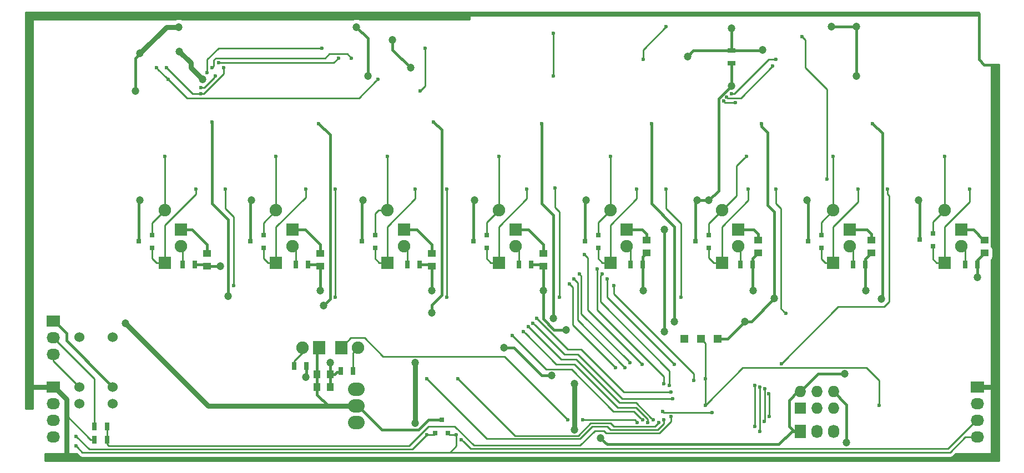
<source format=gbl>
G04 #@! TF.FileFunction,Copper,L2,Bot,Signal*
%FSLAX46Y46*%
G04 Gerber Fmt 4.6, Leading zero omitted, Abs format (unit mm)*
G04 Created by KiCad (PCBNEW 4.0.2-stable) date 4/21/2016 10:24:52 PM*
%MOMM*%
G01*
G04 APERTURE LIST*
%ADD10C,0.100000*%
%ADD11R,1.900000X2.000000*%
%ADD12C,1.900000*%
%ADD13R,1.250000X1.000000*%
%ADD14R,1.000000X1.250000*%
%ADD15R,0.800100X0.800100*%
%ADD16R,2.032000X1.727200*%
%ADD17O,2.032000X1.727200*%
%ADD18R,1.727200X1.727200*%
%ADD19O,1.727200X1.727200*%
%ADD20R,1.727200X2.032000*%
%ADD21O,1.727200X2.032000*%
%ADD22R,1.300000X0.700000*%
%ADD23R,0.700000X1.300000*%
%ADD24O,2.540000X2.032000*%
%ADD25C,1.524000*%
%ADD26R,1.900000X1.900000*%
%ADD27R,1.270000X1.270000*%
%ADD28C,0.600000*%
%ADD29C,1.200000*%
%ADD30C,0.800000*%
%ADD31C,0.250000*%
%ADD32C,0.400000*%
%ADD33C,0.254000*%
G04 APERTURE END LIST*
D10*
D11*
X45540000Y18000000D03*
D12*
X43000000Y18000000D03*
D13*
X28458000Y30448000D03*
X28458000Y32448000D03*
X45730000Y30448000D03*
X45730000Y32448000D03*
X62748000Y30448000D03*
X62748000Y32448000D03*
X79766000Y30448000D03*
X79766000Y32448000D03*
X95514000Y32480000D03*
X95514000Y34480000D03*
X112532000Y32480000D03*
X112532000Y34480000D03*
X129804000Y32480000D03*
X129804000Y34480000D03*
D14*
X47238000Y12000000D03*
X45238000Y12000000D03*
X47238000Y13922000D03*
X45238000Y13922000D03*
D13*
X147076000Y32480000D03*
X147076000Y34480000D03*
D15*
X20076000Y35192000D03*
X20076000Y33292000D03*
X18077020Y34242000D03*
X37078760Y35192000D03*
X37078760Y33292000D03*
X35079780Y34242000D03*
X54096760Y35192000D03*
X54096760Y33292000D03*
X52097780Y34242000D03*
X71114760Y35192000D03*
X71114760Y33292000D03*
X69115780Y34242000D03*
X88132760Y35192000D03*
X88132760Y33292000D03*
X86133780Y34242000D03*
X105000000Y35192000D03*
X105000000Y33292000D03*
X103001020Y34242000D03*
X122168760Y35192000D03*
X122168760Y33292000D03*
X120169780Y34242000D03*
D11*
X48960000Y18000000D03*
D12*
X51500000Y18000000D03*
D15*
X139186760Y35446000D03*
X139186760Y33546000D03*
X137187780Y34496000D03*
X65200000Y4999240D03*
X63300000Y4999240D03*
X64250000Y6998220D03*
D16*
X5000000Y12000000D03*
D17*
X5000000Y9460000D03*
X5000000Y6920000D03*
X5000000Y4380000D03*
D18*
X118960000Y8750000D03*
D19*
X118960000Y11290000D03*
X121500000Y8750000D03*
X121500000Y11290000D03*
X124040000Y8750000D03*
X124040000Y11290000D03*
D20*
X118960000Y5250000D03*
D21*
X121500000Y5250000D03*
X124040000Y5250000D03*
D16*
X146000000Y12000000D03*
D17*
X146000000Y9460000D03*
X146000000Y6920000D03*
X146000000Y4380000D03*
D22*
X108468000Y61486000D03*
X108468000Y63386000D03*
D23*
X26614000Y30686000D03*
X24714000Y30686000D03*
X43886000Y30686000D03*
X41986000Y30686000D03*
X60904000Y30686000D03*
X59004000Y30686000D03*
X77922000Y30686000D03*
X76022000Y30686000D03*
X94940000Y30686000D03*
X93040000Y30686000D03*
X111704000Y30686000D03*
X109804000Y30686000D03*
X128910000Y30686000D03*
X127010000Y30686000D03*
X48844000Y14430000D03*
X50744000Y14430000D03*
X43632000Y15192000D03*
X41732000Y15192000D03*
X145994000Y30686000D03*
X144094000Y30686000D03*
D24*
X51250000Y9096000D03*
X51250000Y6556000D03*
X51250000Y11636000D03*
D16*
X5000000Y22080000D03*
D17*
X5000000Y19540000D03*
X5000000Y17000000D03*
D25*
X14080000Y9460000D03*
X14080000Y9460000D03*
X14080000Y12000000D03*
X14080000Y12000000D03*
X14080000Y19620000D03*
X14080000Y19620000D03*
X9000000Y19620000D03*
X9000000Y19620000D03*
X9000000Y12000000D03*
X9000000Y12000000D03*
X9000000Y9460000D03*
X9000000Y9460000D03*
D12*
X21997460Y39000000D03*
D26*
X21997460Y31000000D03*
D12*
X38997460Y39000000D03*
D26*
X38997460Y31000000D03*
D12*
X55997460Y39000000D03*
D26*
X55997460Y31000000D03*
D12*
X72997460Y39000000D03*
D26*
X72997460Y31000000D03*
D12*
X89997460Y39000000D03*
D26*
X89997460Y31000000D03*
D12*
X106997460Y39000000D03*
D26*
X106997460Y31000000D03*
D12*
X123997460Y39000000D03*
D26*
X123997460Y31000000D03*
D12*
X140997460Y39000000D03*
D26*
X140997460Y31000000D03*
X24500000Y36040000D03*
D12*
X24500000Y33500000D03*
D26*
X41500000Y36040000D03*
D12*
X41500000Y33500000D03*
D26*
X58500000Y36040000D03*
D12*
X58500000Y33500000D03*
D26*
X75500000Y36040000D03*
D12*
X75500000Y33500000D03*
D26*
X92500000Y36040000D03*
D12*
X92500000Y33500000D03*
D26*
X109500000Y36040000D03*
D12*
X109500000Y33500000D03*
D26*
X143500000Y36040000D03*
D12*
X143500000Y33500000D03*
D26*
X126500000Y36040000D03*
D12*
X126500000Y33500000D03*
D27*
X101264000Y19348000D03*
X103804000Y19348000D03*
X106344000Y19348000D03*
D23*
X11300000Y4000000D03*
X13200000Y4000000D03*
X11300000Y6000000D03*
X13200000Y6000000D03*
D28*
X68000000Y69000000D03*
X63000000Y69000000D03*
X58000000Y69000000D03*
X53000000Y69000000D03*
X48000000Y69000000D03*
X43000000Y69000000D03*
X38000000Y69000000D03*
X33000000Y69000000D03*
X28000000Y69000000D03*
X23000000Y69000000D03*
X18000000Y69000000D03*
X13000000Y69000000D03*
X8000000Y69000000D03*
X3000000Y69000000D03*
X149000000Y33000000D03*
X149000000Y58000000D03*
X149000000Y53000000D03*
X149000000Y48000000D03*
X149000000Y43000000D03*
X149000000Y38000000D03*
X149000000Y28000000D03*
X149000000Y23000000D03*
X149000000Y18000000D03*
X149000000Y13000000D03*
X149000000Y8000000D03*
X1000000Y66000000D03*
X1000000Y61000000D03*
X1000000Y56000000D03*
X1000000Y51000000D03*
X1000000Y46000000D03*
X1000000Y41000000D03*
X1000000Y36000000D03*
X1000000Y31000000D03*
X1000000Y26000000D03*
X1000000Y21000000D03*
X1000000Y16000000D03*
X1000000Y11000000D03*
X149000000Y3000000D03*
X146000000Y1000000D03*
X141000000Y1000000D03*
X136000000Y1000000D03*
X131000000Y1000000D03*
X126000000Y1000000D03*
X121000000Y1000000D03*
X116000000Y1000000D03*
X111000000Y1000000D03*
X106000000Y1000000D03*
X101000000Y1000000D03*
X96000000Y1000000D03*
X91000000Y1000000D03*
X86000000Y1000000D03*
X81000000Y1000000D03*
X76000000Y1000000D03*
X71000000Y1000000D03*
X66000000Y1000000D03*
X61000000Y1000000D03*
X56000000Y1000000D03*
X51000000Y1000000D03*
X46000000Y1000000D03*
X41000000Y1000000D03*
X36000000Y1000000D03*
X31000000Y1000000D03*
X26000000Y1000000D03*
X21000000Y1000000D03*
X16000000Y1000000D03*
X11000000Y1000000D03*
X6000000Y1000000D03*
D29*
X125750000Y14000000D03*
X88500002Y4250000D03*
X27750000Y59000000D03*
X24250000Y63250000D03*
X56750000Y65000000D03*
X59500000Y60750000D03*
X16000000Y21750000D03*
X84499994Y12500000D03*
X84500000Y5500000D03*
X98250000Y20500004D03*
X98250000Y36040000D03*
X53000000Y59499992D03*
X24144000Y66992000D03*
X51250000Y66992000D03*
X126000000Y3500000D03*
X46220919Y24449980D03*
X31707209Y25901251D03*
X110500000Y22000000D03*
X99750000Y22000000D03*
X81250000Y22500000D03*
X73750000Y18000000D03*
X62750000Y23324990D03*
X131324990Y25500000D03*
X115029081Y25529081D03*
D28*
X130000000Y52250000D03*
X113000000Y52250000D03*
X96250000Y52250000D03*
X79500000Y52250000D03*
X63000000Y52500000D03*
X29250000Y52500000D03*
X45500000Y52250000D03*
D29*
X81000000Y13749994D03*
X43500000Y13500000D03*
X60250000Y15750000D03*
X60250000Y6500000D03*
X47250000Y15750000D03*
X18250000Y63000000D03*
X17500000Y57250000D03*
X127500000Y59500000D03*
X123750008Y67000020D03*
X127500000Y66999980D03*
X104999994Y40500000D03*
X108468000Y58000000D03*
X120000000Y40500000D03*
X103250000Y40500000D03*
X86250000Y40500000D03*
X69250000Y40500000D03*
X52250000Y40500000D03*
X18250000Y40500000D03*
X35250000Y40500000D03*
X137000000Y40500000D03*
D28*
X81250000Y66000000D03*
X81250000Y59500000D03*
D29*
X101750000Y62500000D03*
X108500000Y66750000D03*
X113250000Y63500000D03*
X83250000Y20750000D03*
X95000000Y26712980D03*
X111750000Y26712980D03*
X129000000Y26712980D03*
X146000000Y28750000D03*
X79750000Y26750000D03*
X62750000Y26750000D03*
X45750000Y26750000D03*
X30500000Y30500000D03*
D28*
X22000000Y47250000D03*
X26750000Y42250000D03*
X39000000Y47250000D03*
X43500000Y42250000D03*
X56000000Y47250000D03*
X60250000Y42250000D03*
X73000000Y47250000D03*
X77250000Y42250000D03*
X90000000Y47250000D03*
X94000000Y42250000D03*
X110750000Y47250000D03*
X111000000Y42250000D03*
X124000000Y47250000D03*
X127750000Y42250000D03*
X94100000Y6600000D03*
X85750004Y7000000D03*
X83500000Y7000000D03*
X141000000Y47250000D03*
X144750000Y42250000D03*
X8500000Y4500000D03*
X67250000Y4000000D03*
X61999962Y4750000D03*
X8500000Y2999992D03*
X66500000Y4750000D03*
X98000000Y8250000D03*
X105500000Y8125010D03*
X95000000Y62000000D03*
X98500000Y67000000D03*
X119250000Y65500000D03*
X123000000Y43750000D03*
X90499994Y27500000D03*
X102750000Y13000000D03*
X99750000Y15500000D03*
X89500000Y28500000D03*
X99000000Y12250000D03*
X88750000Y29250000D03*
X98150000Y12500000D03*
X88000000Y30000000D03*
X94808369Y15500000D03*
X86000000Y32250000D03*
X93000000Y15749996D03*
X85250010Y29250000D03*
X92250000Y15000000D03*
X84426980Y28500000D03*
X90750000Y15000000D03*
X83750020Y27750000D03*
X94900000Y7000000D03*
X30249996Y61500000D03*
X48500000Y62250000D03*
X75000000Y19874980D03*
X114133958Y11000000D03*
X114250000Y7500000D03*
X95700000Y6600000D03*
X50500000Y62250000D03*
X29250000Y60750000D03*
X76750000Y20500000D03*
X99500000Y10250000D03*
X22250000Y60750000D03*
X31000000Y60750000D03*
X27500000Y56750000D03*
X78184313Y21774969D03*
X99250000Y11250000D03*
X28500000Y60000000D03*
X46000000Y63750000D03*
X78750000Y22500000D03*
X61750000Y63750000D03*
X61000000Y57250000D03*
X107250000Y55650031D03*
X109066955Y55433045D03*
X107750000Y56275051D03*
X114750000Y61000000D03*
X115249986Y62000000D03*
X108470550Y56779450D03*
X96500000Y7000000D03*
X20750000Y60750002D03*
X54500000Y59000000D03*
X22500000Y59000000D03*
X77500000Y21249970D03*
X32499998Y27500000D03*
X31250000Y42250000D03*
X48000000Y25750000D03*
X48000000Y42250000D03*
X65000000Y25750000D03*
X65000000Y42250000D03*
X82250000Y25750000D03*
X81544000Y42370000D03*
X100750000Y25750000D03*
X98500000Y42250000D03*
X116758958Y23252986D03*
X115250000Y42250000D03*
X97400000Y6600000D03*
X66750000Y13250004D03*
X98100000Y7000000D03*
X62000000Y13250000D03*
X116060228Y15560228D03*
X132250000Y42250000D03*
X112000000Y6000000D03*
X111991052Y12252982D03*
X112750000Y12000000D03*
X112750000Y5250000D03*
X113500000Y6750000D03*
X113508948Y11747018D03*
X99250000Y7500000D03*
X104500004Y9250000D03*
X104500000Y13250000D03*
X131000000Y9250000D03*
X29750006Y59500000D03*
X27500000Y57750000D03*
D30*
X7000000Y10152400D02*
X7000000Y7750000D01*
X7000000Y7750000D02*
X7000000Y1000000D01*
D31*
X11300000Y4000000D02*
X10700000Y4000000D01*
X7000000Y7700000D02*
X7000000Y7750000D01*
X10700000Y4000000D02*
X7000000Y7700000D01*
D32*
X48000000Y69000000D02*
X43000000Y69000000D01*
X53000000Y69000000D02*
X48000000Y69000000D01*
X53000000Y69000000D02*
X58000000Y69000000D01*
X38000000Y69000000D02*
X43000000Y69000000D01*
X33000000Y69000000D02*
X38000000Y69000000D01*
X33000000Y69000000D02*
X28000000Y69000000D01*
X23000000Y69000000D02*
X28000000Y69000000D01*
X18000000Y69000000D02*
X23000000Y69000000D01*
X18000000Y69000000D02*
X13000000Y69000000D01*
X13000000Y69000000D02*
X8000000Y69000000D01*
X8000000Y69000000D02*
X3000000Y69000000D01*
X1000000Y69000000D02*
X3000000Y69000000D01*
X1000000Y66000000D02*
X1000000Y69000000D01*
X58000000Y69000000D02*
X63000000Y69000000D01*
X68000000Y69000000D02*
X63000000Y69000000D01*
X68000000Y69000000D02*
X146200000Y69000000D01*
X146200000Y69000000D02*
X146200000Y62000000D01*
X149000000Y61200000D02*
X149000000Y58000000D01*
X146200000Y62000000D02*
X147000000Y61200000D01*
X147000000Y61200000D02*
X149000000Y61200000D01*
X1000000Y66000000D02*
X1000000Y61000000D01*
X1000000Y56000000D02*
X1000000Y61000000D01*
X1000000Y51000000D02*
X1000000Y56000000D01*
X1000000Y46000000D02*
X1000000Y51000000D01*
X1000000Y46000000D02*
X1000000Y41000000D01*
X1000000Y36000000D02*
X1000000Y41000000D01*
X1000000Y31000000D02*
X1000000Y36000000D01*
X1000000Y26000000D02*
X1000000Y31000000D01*
X1000000Y21000000D02*
X1000000Y26000000D01*
X1000000Y16000000D02*
X1000000Y21000000D01*
X1000000Y12000000D02*
X1000000Y16000000D01*
X1000000Y12000000D02*
X1000000Y11000000D01*
X149000000Y53000000D02*
X149000000Y58000000D01*
X149000000Y48000000D02*
X149000000Y53000000D01*
X149000000Y43000000D02*
X149000000Y48000000D01*
X149000000Y38000000D02*
X149000000Y43000000D01*
X149000000Y33000000D02*
X149000000Y38000000D01*
X149000000Y33000000D02*
X149000000Y28000000D01*
X149000000Y23000000D02*
X149000000Y28000000D01*
X149000000Y18000000D02*
X149000000Y23000000D01*
X149000000Y13000000D02*
X149000000Y18000000D01*
X149000000Y13000000D02*
X149000000Y12000000D01*
X149000000Y8000000D02*
X149000000Y12000000D01*
X149000000Y3000000D02*
X149000000Y8000000D01*
X149000000Y1000000D02*
X149000000Y3000000D01*
X146000000Y1000000D02*
X149000000Y1000000D01*
X141000000Y1000000D02*
X146000000Y1000000D01*
X136000000Y1000000D02*
X141000000Y1000000D01*
X131000000Y1000000D02*
X136000000Y1000000D01*
X126000000Y1000000D02*
X131000000Y1000000D01*
X121000000Y1000000D02*
X126000000Y1000000D01*
X116000000Y1000000D02*
X121000000Y1000000D01*
X111000000Y1000000D02*
X116000000Y1000000D01*
X106000000Y1000000D02*
X111000000Y1000000D01*
X101000000Y1000000D02*
X106000000Y1000000D01*
X96000000Y1000000D02*
X101000000Y1000000D01*
X91000000Y1000000D02*
X95750000Y1000000D01*
X86000000Y1000000D02*
X91000000Y1000000D01*
X81000000Y1000000D02*
X86000000Y1000000D01*
X76000000Y1000000D02*
X81000000Y1000000D01*
X71000000Y1000000D02*
X76000000Y1000000D01*
X66000000Y1000000D02*
X71000000Y1000000D01*
X61000000Y1000000D02*
X66000000Y1000000D01*
X56000000Y1000000D02*
X61000000Y1000000D01*
X51000000Y1000000D02*
X56000000Y1000000D01*
X46000000Y1000000D02*
X51000000Y1000000D01*
X41000000Y1000000D02*
X46000000Y1000000D01*
X36000000Y1000000D02*
X41000000Y1000000D01*
X31000000Y1000000D02*
X36000000Y1000000D01*
X26000000Y1000000D02*
X31000000Y1000000D01*
X21000000Y1000000D02*
X26000000Y1000000D01*
X16000000Y1000000D02*
X21000000Y1000000D01*
X11000000Y1000000D02*
X16000000Y1000000D01*
X7000000Y1000000D02*
X11000000Y1000000D01*
X7000000Y1000000D02*
X6000000Y1000000D01*
X64250000Y6998220D02*
X62228222Y6998220D01*
X62228222Y6998220D02*
X60730001Y5499999D01*
X60730001Y5499999D02*
X55100001Y5499999D01*
X55100001Y5499999D02*
X51504000Y9096000D01*
X51504000Y9096000D02*
X51250000Y9096000D01*
D30*
X5000000Y12000000D02*
X4847600Y12000000D01*
X146000000Y12000000D02*
X149000000Y12000000D01*
D32*
X146000000Y12000000D02*
X146152400Y12000000D01*
D30*
X5000000Y12000000D02*
X1000000Y12000000D01*
X5000000Y12000000D02*
X5152400Y12000000D01*
X5152400Y12000000D02*
X7000000Y10152400D01*
D32*
X124901472Y14000000D02*
X125750000Y14000000D01*
X121670000Y14000000D02*
X124901472Y14000000D01*
X118960000Y11290000D02*
X121670000Y14000000D01*
X89100001Y3650001D02*
X88500002Y4250000D01*
X89500002Y3250000D02*
X89100001Y3650001D01*
X118960000Y5250000D02*
X117696400Y5250000D01*
X117696400Y5250000D02*
X115696400Y3250000D01*
X115696400Y3250000D02*
X89500002Y3250000D01*
D30*
X24250000Y63250000D02*
X26000000Y61500000D01*
X27150001Y59599999D02*
X27750000Y59000000D01*
X26000000Y61500000D02*
X26000000Y60750000D01*
X26000000Y60750000D02*
X27150001Y59599999D01*
D32*
X59500000Y60750000D02*
X56750000Y63500000D01*
X56750000Y63500000D02*
X56750000Y65000000D01*
D30*
X51250000Y9096000D02*
X28654000Y9096000D01*
X28654000Y9096000D02*
X16000000Y21750000D01*
D32*
X118960000Y5250000D02*
X118000000Y5250000D01*
X118000000Y5250000D02*
X117250000Y6000000D01*
X117250000Y10000000D02*
X118540000Y11290000D01*
X117250000Y6000000D02*
X117250000Y10000000D01*
X118540000Y11290000D02*
X118960000Y11290000D01*
X47000000Y9096000D02*
X45238000Y10858000D01*
X45238000Y10858000D02*
X45238000Y12000000D01*
X51250000Y9096000D02*
X47000000Y9096000D01*
X84500000Y12499994D02*
X84499994Y12500000D01*
D30*
X84500000Y5500000D02*
X84500000Y12499994D01*
D32*
X45238000Y13922000D02*
X45238000Y17698000D01*
X45238000Y17698000D02*
X45540000Y18000000D01*
X45238000Y12000000D02*
X45238000Y13922000D01*
X5152400Y22080000D02*
X7000000Y20232400D01*
X7000000Y20232400D02*
X7000000Y19080000D01*
X7000000Y19080000D02*
X13318001Y12761999D01*
X13318001Y12761999D02*
X14080000Y12000000D01*
D31*
X5000000Y22080000D02*
X5152400Y22080000D01*
D32*
X98250000Y36040000D02*
X98250000Y20500004D01*
X112532000Y34480000D02*
X112532000Y35380000D01*
X112532000Y35380000D02*
X111872000Y36040000D01*
X111872000Y36040000D02*
X110916000Y36040000D01*
X110916000Y36040000D02*
X109500000Y36040000D01*
X129804000Y34480000D02*
X129804000Y35380000D01*
X129144000Y36040000D02*
X127916000Y36040000D01*
X129804000Y35380000D02*
X129144000Y36040000D01*
X127916000Y36040000D02*
X126500000Y36040000D01*
X147076000Y34480000D02*
X146951000Y34480000D01*
X146951000Y34480000D02*
X145391000Y36040000D01*
X145391000Y36040000D02*
X143500000Y36040000D01*
X94854000Y36040000D02*
X92500000Y36040000D01*
X95514000Y34480000D02*
X95514000Y35380000D01*
X95514000Y35380000D02*
X94854000Y36040000D01*
X79766000Y32448000D02*
X79766000Y33734000D01*
X79766000Y33734000D02*
X77460000Y36040000D01*
X77460000Y36040000D02*
X76916000Y36040000D01*
X76916000Y36040000D02*
X75500000Y36040000D01*
X62748000Y32448000D02*
X62748000Y33752000D01*
X62748000Y33752000D02*
X60460000Y36040000D01*
X60460000Y36040000D02*
X59916000Y36040000D01*
X59916000Y36040000D02*
X58500000Y36040000D01*
X41500000Y36040000D02*
X43460000Y36040000D01*
X43460000Y36040000D02*
X45730000Y33770000D01*
X45730000Y33770000D02*
X45730000Y32448000D01*
X26210000Y36040000D02*
X24500000Y36040000D01*
X28458000Y33792000D02*
X26210000Y36040000D01*
X28458000Y32448000D02*
X28458000Y33792000D01*
X53000000Y60348520D02*
X53000000Y59499992D01*
X53000000Y65242000D02*
X53000000Y60348520D01*
X51250000Y66992000D02*
X53000000Y65242000D01*
X47238000Y13922000D02*
X47238000Y12000000D01*
X47250000Y15750000D02*
X47250000Y13934000D01*
X47250000Y13934000D02*
X47238000Y13922000D01*
X47922000Y13922000D02*
X47238000Y13922000D01*
D30*
X22242000Y66992000D02*
X24144000Y66992000D01*
D32*
X106344000Y19348000D02*
X107848000Y19348000D01*
X107848000Y19348000D02*
X110500000Y22000000D01*
X124040000Y11290000D02*
X126000000Y9330000D01*
X126000000Y4348528D02*
X126000000Y3500000D01*
X126000000Y9330000D02*
X126000000Y4348528D01*
X47250000Y25479061D02*
X47250000Y50500000D01*
X47250000Y50500000D02*
X45500000Y52250000D01*
X46220919Y24449980D02*
X47250000Y25479061D01*
X29250000Y52500000D02*
X29250000Y40000000D01*
X29250000Y40000000D02*
X31707209Y37542791D01*
X31707209Y37542791D02*
X31707209Y26749779D01*
X31707209Y26749779D02*
X31707209Y25901251D01*
X111348528Y22000000D02*
X110500000Y22000000D01*
X111500000Y22000000D02*
X111348528Y22000000D01*
X115029081Y25529081D02*
X111500000Y22000000D01*
X99750000Y22848528D02*
X99750000Y22000000D01*
X99750000Y36500000D02*
X99750000Y22848528D01*
X96250000Y40000000D02*
X99750000Y36500000D01*
X96250000Y52250000D02*
X96250000Y40000000D01*
X81250000Y23348528D02*
X81250000Y22500000D01*
X81250000Y38250000D02*
X81250000Y23348528D01*
X79500000Y40000000D02*
X81250000Y38250000D01*
X79500000Y52250000D02*
X79500000Y40000000D01*
X81000000Y13749994D02*
X80999994Y13750000D01*
X80999994Y13750000D02*
X79500000Y13750000D01*
X79500000Y13750000D02*
X75250000Y18000000D01*
X75250000Y18000000D02*
X73750000Y18000000D01*
X62750000Y23324990D02*
X62750000Y24536002D01*
X64250000Y26036002D02*
X64250000Y51250000D01*
X62750000Y24536002D02*
X64250000Y26036002D01*
X64250000Y51250000D02*
X63000000Y52500000D01*
X115029081Y25529081D02*
X115029081Y38720919D01*
X115029081Y38720919D02*
X114000000Y39750000D01*
X114000000Y39750000D02*
X114000000Y50825736D01*
X114000000Y50825736D02*
X113000000Y51825736D01*
X113000000Y51825736D02*
X113000000Y52250000D01*
X131500000Y50750000D02*
X131500000Y25675010D01*
X131500000Y25675010D02*
X131324990Y25500000D01*
X114808162Y25750000D02*
X115029081Y25529081D01*
X130000000Y52250000D02*
X131500000Y50750000D01*
X43632000Y15192000D02*
X43632000Y13632000D01*
X43632000Y13632000D02*
X43500000Y13500000D01*
X43690000Y15250000D02*
X43632000Y15192000D01*
X47922000Y13922000D02*
X48250000Y14250000D01*
X48250000Y14250000D02*
X48664000Y14250000D01*
X48664000Y14250000D02*
X48844000Y14430000D01*
X47250000Y12012000D02*
X47238000Y12000000D01*
D30*
X60250000Y6500000D02*
X60250000Y15750000D01*
D32*
X51250000Y6556000D02*
X51194000Y6556000D01*
X17500000Y62250000D02*
X18250000Y63000000D01*
D30*
X18250000Y63000000D02*
X22242000Y66992000D01*
D32*
X17500000Y57250000D02*
X17500000Y62250000D01*
X127500000Y66999980D02*
X127500000Y59500000D01*
X123750048Y66999980D02*
X123750008Y67000020D01*
X127500000Y66999980D02*
X123750048Y66999980D01*
X104999994Y40500000D02*
X106500000Y42000006D01*
X106500000Y42000006D02*
X106500000Y56032000D01*
X106500000Y56032000D02*
X108468000Y58000000D01*
X137187780Y34496000D02*
X137187780Y40312220D01*
X137187780Y40312220D02*
X137000000Y40500000D01*
X120169780Y34242000D02*
X120169780Y40330220D01*
X120169780Y40330220D02*
X120000000Y40500000D01*
X103001020Y34242000D02*
X103001020Y40251020D01*
X103001020Y40251020D02*
X103250000Y40500000D01*
X86133780Y34242000D02*
X86133780Y40383780D01*
X86133780Y40383780D02*
X86250000Y40500000D01*
X69115780Y34242000D02*
X69115780Y40365780D01*
X69115780Y40365780D02*
X69250000Y40500000D01*
X52097780Y34242000D02*
X52097780Y40347780D01*
X52097780Y40347780D02*
X52250000Y40500000D01*
X35079780Y34242000D02*
X35079780Y40329780D01*
X35079780Y40329780D02*
X35250000Y40500000D01*
X18077020Y34242000D02*
X18077020Y40327020D01*
X18077020Y40327020D02*
X18250000Y40500000D01*
X108468000Y58000000D02*
X108468000Y61486000D01*
X104999994Y40500000D02*
X103250000Y40500000D01*
X120185020Y40314980D02*
X120000000Y40500000D01*
X86149020Y40399020D02*
X86250000Y40500000D01*
X69131020Y40381020D02*
X69250000Y40500000D01*
X137203020Y40296980D02*
X137000000Y40500000D01*
D31*
X81250000Y59500000D02*
X81250000Y66000000D01*
D32*
X101750000Y62500000D02*
X102636000Y63386000D01*
X102636000Y63386000D02*
X108468000Y63386000D01*
X108468000Y63386000D02*
X108468000Y66718000D01*
X108468000Y66718000D02*
X108500000Y66750000D01*
X108468000Y63386000D02*
X113136000Y63386000D01*
X113136000Y63386000D02*
X113250000Y63500000D01*
X82401472Y20750000D02*
X83250000Y20750000D01*
X81401472Y20750000D02*
X82401472Y20750000D01*
X79750000Y22401472D02*
X81401472Y20750000D01*
X79750000Y26750000D02*
X79750000Y22401472D01*
X94940000Y26772980D02*
X95000000Y26712980D01*
X128910000Y26802980D02*
X129000000Y26712980D01*
X94940000Y30686000D02*
X94940000Y26772980D01*
X111704000Y30686000D02*
X111704000Y26758980D01*
X128910000Y30686000D02*
X128910000Y26802980D01*
X111704000Y26758980D02*
X111750000Y26712980D01*
X145994000Y30686000D02*
X145994000Y31398000D01*
X145994000Y31398000D02*
X147076000Y32480000D01*
X146000000Y28750000D02*
X146000000Y30680000D01*
X146000000Y30680000D02*
X145994000Y30686000D01*
X128910000Y30686000D02*
X128910000Y31586000D01*
X128910000Y31586000D02*
X129804000Y32480000D01*
X111704000Y30686000D02*
X111704000Y31652000D01*
X111704000Y31652000D02*
X112532000Y32480000D01*
X94940000Y30686000D02*
X94940000Y31906000D01*
X94940000Y31906000D02*
X95514000Y32480000D01*
X79750000Y26750000D02*
X79750000Y30432000D01*
X79750000Y30432000D02*
X79766000Y30448000D01*
X77922000Y30686000D02*
X79528000Y30686000D01*
X79528000Y30686000D02*
X79766000Y30448000D01*
X60904000Y30686000D02*
X62510000Y30686000D01*
X62510000Y30686000D02*
X62748000Y30448000D01*
X62750000Y26750000D02*
X62750000Y30446000D01*
X62750000Y30446000D02*
X62748000Y30448000D01*
X45730000Y30448000D02*
X45730000Y26770000D01*
X45730000Y26770000D02*
X45750000Y26750000D01*
X43886000Y30686000D02*
X45492000Y30686000D01*
X45492000Y30686000D02*
X45730000Y30448000D01*
X28458000Y30448000D02*
X30448000Y30448000D01*
X30448000Y30448000D02*
X30500000Y30500000D01*
X26614000Y30686000D02*
X28220000Y30686000D01*
X28220000Y30686000D02*
X28458000Y30448000D01*
D31*
X20076000Y35192000D02*
X20076000Y37078540D01*
X20076000Y37078540D02*
X21997460Y39000000D01*
X21997460Y39000000D02*
X21997460Y47247460D01*
X21997460Y47247460D02*
X22000000Y47250000D01*
X20076000Y33292000D02*
X20076000Y31671970D01*
X20076000Y31671970D02*
X20747970Y31000000D01*
X20747970Y31000000D02*
X21997460Y31000000D01*
X21997460Y36747460D02*
X26750000Y41500000D01*
X26750000Y41500000D02*
X26750000Y42250000D01*
X21997460Y31000000D02*
X21997460Y36747460D01*
X37078760Y35192000D02*
X37078760Y37081300D01*
X38997460Y39000000D02*
X38997460Y47247460D01*
X38997460Y47247460D02*
X39000000Y47250000D01*
X38997460Y39000000D02*
X37078760Y37081300D01*
X37078760Y33292000D02*
X37078760Y31669210D01*
X37078760Y31669210D02*
X37747970Y31000000D01*
X43500000Y41000000D02*
X43500000Y42250000D01*
X39000000Y36500000D02*
X43500000Y41000000D01*
X39000000Y36157002D02*
X39000000Y36500000D01*
X38997460Y31000000D02*
X38997460Y36154462D01*
X38997460Y36154462D02*
X39000000Y36157002D01*
X37747970Y31000000D02*
X38997460Y31000000D01*
X54096760Y35192000D02*
X54096760Y38512792D01*
X55997460Y39000000D02*
X55997460Y47247460D01*
X55997460Y47247460D02*
X56000000Y47250000D01*
X55997460Y39000000D02*
X54583968Y39000000D01*
X54583968Y39000000D02*
X54096760Y38512792D01*
X54096760Y33292000D02*
X54096760Y31651210D01*
X60250000Y40750000D02*
X60250000Y42250000D01*
X56000000Y36500000D02*
X60250000Y40750000D01*
X56000000Y36157002D02*
X56000000Y36500000D01*
X55997460Y31000000D02*
X55997460Y36154462D01*
X55997460Y36154462D02*
X56000000Y36157002D01*
X54747970Y31000000D02*
X55997460Y31000000D01*
X54096760Y31651210D02*
X54747970Y31000000D01*
X71114760Y35192000D02*
X71114760Y37117300D01*
X71114760Y37117300D02*
X71130000Y37132540D01*
X72997460Y39000000D02*
X72997460Y47247460D01*
X72997460Y47247460D02*
X73000000Y47250000D01*
X72997460Y39000000D02*
X71130000Y37132540D01*
X71114760Y33292000D02*
X71114760Y31633210D01*
X71114760Y31633210D02*
X71747970Y31000000D01*
X71747970Y31000000D02*
X72997460Y31000000D01*
X77250000Y40750000D02*
X77250000Y42250000D01*
X72997460Y31000000D02*
X72997460Y36497460D01*
X72997460Y36497460D02*
X77250000Y40750000D01*
X88132760Y35192000D02*
X88132760Y37135300D01*
X88132760Y37135300D02*
X88148000Y37150540D01*
X89997460Y39000000D02*
X89997460Y47247460D01*
X89997460Y47247460D02*
X90000000Y47250000D01*
X89997460Y39000000D02*
X88148000Y37150540D01*
X89997460Y31000000D02*
X88747970Y31000000D01*
X88747970Y31000000D02*
X88132760Y31615210D01*
X88132760Y31615210D02*
X88132760Y33292000D01*
X94000000Y40750000D02*
X94000000Y42250000D01*
X89997460Y36747460D02*
X94000000Y40750000D01*
X89997460Y31000000D02*
X89997460Y36747460D01*
X105000000Y35192000D02*
X105000000Y37002540D01*
X106997460Y39000000D02*
X105000000Y37002540D01*
X110450001Y46950001D02*
X110750000Y47250000D01*
X109250000Y41252540D02*
X109250000Y45750000D01*
X106997460Y39000000D02*
X109250000Y41252540D01*
X109250000Y45750000D02*
X110450001Y46950001D01*
X105000000Y33292000D02*
X105000000Y31747970D01*
X111000000Y41825736D02*
X111000000Y42250000D01*
X111000000Y40500000D02*
X111000000Y41825736D01*
X106997460Y36497460D02*
X111000000Y40500000D01*
X106997460Y31000000D02*
X106997460Y36497460D01*
X105000000Y31747970D02*
X105747970Y31000000D01*
X105747970Y31000000D02*
X106997460Y31000000D01*
X122168760Y35192000D02*
X122168760Y37171300D01*
X122168760Y37171300D02*
X122184000Y37186540D01*
X123997460Y39000000D02*
X123997460Y47247460D01*
X123997460Y47247460D02*
X124000000Y47250000D01*
X123997460Y39000000D02*
X122184000Y37186540D01*
X122168760Y33292000D02*
X122168760Y32641950D01*
X122168760Y32641950D02*
X122184000Y32626710D01*
X122184000Y32626710D02*
X122184000Y31566000D01*
X123997460Y31000000D02*
X122750000Y31000000D01*
X122750000Y31000000D02*
X122184000Y31566000D01*
X127750000Y40250000D02*
X127750000Y41825736D01*
X123997460Y36497460D02*
X127750000Y40250000D01*
X127750000Y41825736D02*
X127750000Y42250000D01*
X123997460Y31000000D02*
X123997460Y36497460D01*
X93800001Y6899999D02*
X94100000Y6600000D01*
X93700000Y7000000D02*
X93800001Y6899999D01*
X85750004Y7000000D02*
X93700000Y7000000D01*
X83500000Y7000000D02*
X73824999Y16675001D01*
X52500000Y19500000D02*
X50410000Y19500000D01*
X50410000Y19500000D02*
X48960000Y18050000D01*
X73824999Y16675001D02*
X55324999Y16675001D01*
X48960000Y18050000D02*
X48960000Y18000000D01*
X55324999Y16675001D02*
X52500000Y19500000D01*
X50744000Y14430000D02*
X50744000Y17244000D01*
X50744000Y17244000D02*
X51500000Y18000000D01*
X41732000Y15192000D02*
X41732000Y15982000D01*
X41732000Y15982000D02*
X43000000Y17250000D01*
X43000000Y17250000D02*
X43000000Y18000000D01*
X139186760Y35446000D02*
X139186760Y37189300D01*
X139186760Y37189300D02*
X139202000Y37204540D01*
X140997460Y39000000D02*
X139202000Y37204540D01*
X140997460Y39000000D02*
X140997460Y47247460D01*
X140997460Y47247460D02*
X141000000Y47250000D01*
X139186760Y33546000D02*
X139186760Y32895950D01*
X139186760Y32895950D02*
X139202000Y32880710D01*
X139202000Y32880710D02*
X139202000Y31548000D01*
X140997460Y31000000D02*
X139750000Y31000000D01*
X139750000Y31000000D02*
X139202000Y31548000D01*
X144750000Y40250000D02*
X144750000Y42250000D01*
X140997460Y36497460D02*
X144750000Y40250000D01*
X140997460Y31000000D02*
X140997460Y36497460D01*
X63049240Y4750000D02*
X63300000Y5000760D01*
X10686000Y2500000D02*
X10500000Y2500000D01*
X10500000Y2500000D02*
X8500000Y4500000D01*
X67549999Y3700001D02*
X67250000Y4000000D01*
X68675001Y2574999D02*
X67549999Y3700001D01*
X146000000Y6920000D02*
X145847600Y6920000D01*
X141502599Y2574999D02*
X68675001Y2574999D01*
X145847600Y6920000D02*
X141502599Y2574999D01*
X61999962Y4750000D02*
X63049240Y4750000D01*
X61699963Y4450001D02*
X61999962Y4750000D01*
X10686000Y2500000D02*
X59749962Y2500000D01*
X59749962Y2500000D02*
X61699963Y4450001D01*
X5000000Y6920000D02*
X5152400Y6920000D01*
X8799999Y2699993D02*
X8500000Y2999992D01*
X9450001Y2049991D02*
X8799999Y2699993D01*
X64750000Y2049991D02*
X9450001Y2049991D01*
X64750000Y2049991D02*
X65549991Y2049991D01*
X65549991Y2049991D02*
X66500000Y3000000D01*
X66500000Y3000000D02*
X66500000Y4750000D01*
X64750000Y2049991D02*
X141799991Y2049991D01*
X144130000Y4380000D02*
X146000000Y4380000D01*
X141799991Y2049991D02*
X144130000Y4380000D01*
X66500000Y4750000D02*
X65450760Y4750000D01*
X65450760Y4750000D02*
X65200000Y5000760D01*
X145880000Y4380000D02*
X146000000Y4380000D01*
X98124990Y8125010D02*
X98000000Y8250000D01*
X105500000Y8125010D02*
X98124990Y8125010D01*
X98500000Y67000000D02*
X95000000Y63500000D01*
X95000000Y63500000D02*
X95000000Y62000000D01*
X123000000Y43750000D02*
X123000000Y57500000D01*
X123000000Y57500000D02*
X119750000Y60750000D01*
X119750000Y60750000D02*
X119750000Y65000000D01*
X119750000Y65000000D02*
X119549999Y65200001D01*
X119549999Y65200001D02*
X119250000Y65500000D01*
X102750000Y14000000D02*
X90499994Y26250006D01*
X90499994Y27075736D02*
X90499994Y27500000D01*
X90499994Y26250006D02*
X90499994Y27075736D01*
X102750000Y13000000D02*
X102750000Y14000000D01*
X144094000Y30686000D02*
X144094000Y32906000D01*
X144094000Y32906000D02*
X143500000Y33500000D01*
X99450001Y15799999D02*
X99750000Y15500000D01*
X89500000Y25750000D02*
X99450001Y15799999D01*
X89500000Y28500000D02*
X89500000Y25750000D01*
X127010000Y30686000D02*
X127010000Y32990000D01*
X127010000Y32990000D02*
X126500000Y33500000D01*
X99000000Y14500000D02*
X99000000Y12250000D01*
X88500000Y25000000D02*
X99000000Y14500000D01*
X88750000Y29250000D02*
X88500000Y29000000D01*
X88500000Y29000000D02*
X88500000Y25000000D01*
X109804000Y30686000D02*
X109804000Y33196000D01*
X109804000Y33196000D02*
X109500000Y33500000D01*
X98150000Y12924264D02*
X98150000Y12500000D01*
X98150000Y13600000D02*
X98150000Y12924264D01*
X88000000Y23750000D02*
X98150000Y13600000D01*
X88000000Y30000000D02*
X88000000Y23750000D01*
X93040000Y30686000D02*
X93040000Y32960000D01*
X93040000Y32960000D02*
X92500000Y33500000D01*
X86500000Y23808369D02*
X94808369Y15500000D01*
X86500000Y31750000D02*
X86500000Y23808369D01*
X86000000Y32250000D02*
X86500000Y31750000D01*
X76022000Y30432000D02*
X76022000Y32978000D01*
X76022000Y32978000D02*
X75500000Y33500000D01*
X92700001Y16049995D02*
X93000000Y15749996D01*
X85550009Y28950001D02*
X85550009Y23199987D01*
X85250010Y29250000D02*
X85550009Y28950001D01*
X85550009Y23199987D02*
X92700001Y16049995D01*
X59004000Y30686000D02*
X59004000Y32996000D01*
X59004000Y32996000D02*
X58500000Y33500000D01*
X92250000Y15000000D02*
X85000000Y22250000D01*
X85000000Y27926980D02*
X84426980Y28500000D01*
X85000000Y22250000D02*
X85000000Y27926980D01*
X41986000Y30686000D02*
X41986000Y33014000D01*
X41986000Y33014000D02*
X41500000Y33500000D01*
X83750020Y27750000D02*
X84250000Y27250020D01*
X84250000Y27250020D02*
X84250000Y21500000D01*
X84250000Y21500000D02*
X90750000Y15000000D01*
X24714000Y30686000D02*
X24714000Y33286000D01*
X24714000Y33286000D02*
X24500000Y33500000D01*
X94600001Y7299999D02*
X94900000Y7000000D01*
X84075005Y14674995D02*
X90450000Y8300000D01*
X80199985Y14674995D02*
X84075005Y14674995D01*
X90450000Y8300000D02*
X93600000Y8300000D01*
X75000000Y19874980D02*
X80199985Y14674995D01*
X93600000Y8300000D02*
X94600001Y7299999D01*
X30674260Y61500000D02*
X30249996Y61500000D01*
X47750000Y61500000D02*
X30674260Y61500000D01*
X48500000Y62250000D02*
X47750000Y61500000D01*
X114250000Y7500000D02*
X114250000Y10883958D01*
X114250000Y10883958D02*
X114133958Y11000000D01*
X95700000Y6600000D02*
X95700000Y7100000D01*
X84500000Y15500000D02*
X81750000Y15500000D01*
X95700000Y7100000D02*
X93900000Y8900000D01*
X93900000Y8900000D02*
X91100000Y8900000D01*
X91100000Y8900000D02*
X84500000Y15500000D01*
X81750000Y15500000D02*
X77049999Y20200001D01*
X77049999Y20200001D02*
X76750000Y20500000D01*
X29250000Y60750000D02*
X29500000Y61000000D01*
X49874999Y62875001D02*
X50500000Y62250000D01*
X29500000Y61000000D02*
X29500000Y61924994D01*
X29500000Y61924994D02*
X29825006Y62250000D01*
X29825006Y62250000D02*
X46500000Y62250000D01*
X46500000Y62250000D02*
X47125001Y62875001D01*
X47125001Y62875001D02*
X49874999Y62875001D01*
X91750000Y10250000D02*
X85000000Y17000000D01*
X99500000Y10250000D02*
X91750000Y10250000D01*
X27500000Y56750000D02*
X26250000Y56750000D01*
X26250000Y56750000D02*
X22250000Y60750000D01*
X31000000Y60325736D02*
X31000000Y60750000D01*
X31000000Y59825736D02*
X31000000Y60325736D01*
X27924264Y56750000D02*
X31000000Y59825736D01*
X27500000Y56750000D02*
X27924264Y56750000D01*
X78484312Y21474970D02*
X78184313Y21774969D01*
X82959282Y17000000D02*
X78484312Y21474970D01*
X85000000Y17000000D02*
X82959282Y17000000D01*
X85550003Y17750000D02*
X92000000Y11300003D01*
X99250000Y11250000D02*
X92050003Y11250000D01*
X92050003Y11250000D02*
X92000000Y11300003D01*
X28500000Y60424264D02*
X28500000Y60000000D01*
X28500000Y62000000D02*
X28500000Y60424264D01*
X30250000Y63750000D02*
X28500000Y62000000D01*
X46000000Y63750000D02*
X30250000Y63750000D01*
X78750000Y22500000D02*
X83500000Y17750000D01*
X83500000Y17750000D02*
X85550003Y17750000D01*
X61000000Y57250000D02*
X61750000Y58000000D01*
X61750000Y58000000D02*
X61750000Y63750000D01*
X109066955Y55433045D02*
X107466986Y55433045D01*
X107466986Y55433045D02*
X107250000Y55650031D01*
X109904440Y56154440D02*
X107870611Y56154440D01*
X107870611Y56154440D02*
X107750000Y56275051D01*
X114750000Y61000000D02*
X109904440Y56154440D01*
X114825722Y62000000D02*
X115249986Y62000000D01*
X108894814Y56779450D02*
X114115364Y62000000D01*
X108470550Y56779450D02*
X108894814Y56779450D01*
X114115364Y62000000D02*
X114825722Y62000000D01*
X96200001Y7299999D02*
X96500000Y7000000D01*
X93900000Y9600000D02*
X96200001Y7299999D01*
X91400000Y9600000D02*
X93900000Y9600000D01*
X84750000Y16250000D02*
X91400000Y9600000D01*
X82499970Y16250000D02*
X84750000Y16250000D01*
X77500000Y21249970D02*
X82499970Y16250000D01*
X22200001Y59300001D02*
X21049999Y60450003D01*
X21049999Y60450003D02*
X20750000Y60750002D01*
X22500000Y59000000D02*
X22200001Y59300001D01*
X51624999Y56124999D02*
X54200001Y58700001D01*
X22500000Y59000000D02*
X25375001Y56124999D01*
X54200001Y58700001D02*
X54500000Y59000000D01*
X25375001Y56124999D02*
X51624999Y56124999D01*
X31250000Y42250000D02*
X31250000Y39250000D01*
X31250000Y39250000D02*
X32499998Y38000002D01*
X32499998Y38000002D02*
X32499998Y27924264D01*
X32499998Y27924264D02*
X32499998Y27500000D01*
X48000000Y25750000D02*
X48000000Y42250000D01*
X65000000Y25750000D02*
X65000000Y42250000D01*
X81544000Y42370000D02*
X81544000Y39456000D01*
X81544000Y39456000D02*
X82250000Y38750000D01*
X82250000Y38750000D02*
X82250000Y26174264D01*
X82250000Y26174264D02*
X82250000Y25750000D01*
X98500000Y42250000D02*
X98500000Y39250000D01*
X98500000Y39250000D02*
X100750000Y37000000D01*
X100750000Y37000000D02*
X100750000Y36750000D01*
X100750000Y36750000D02*
X100750000Y26174264D01*
X100750000Y26174264D02*
X100750000Y25750000D01*
X100750000Y36750000D02*
X100750000Y25750000D01*
X115250000Y42250000D02*
X115250000Y40000000D01*
X115250000Y40000000D02*
X116000000Y39250000D01*
X116000000Y39250000D02*
X116000000Y24011944D01*
X116000000Y24011944D02*
X116458959Y23552985D01*
X116458959Y23552985D02*
X116758958Y23252986D01*
X90500000Y6000000D02*
X90400000Y6100000D01*
X90400000Y6100000D02*
X90000000Y6500000D01*
X97400000Y6600000D02*
X96774999Y5974999D01*
X96774999Y5974999D02*
X90525001Y5974999D01*
X90525001Y5974999D02*
X90400000Y6100000D01*
X90000000Y6500000D02*
X87000000Y6500000D01*
X87000000Y6500000D02*
X85074999Y4574999D01*
X85074999Y4574999D02*
X75425005Y4574999D01*
X75425005Y4574999D02*
X66750000Y13250004D01*
X98100000Y7000000D02*
X98100000Y6374998D01*
X85374989Y4124989D02*
X71125011Y4124989D01*
X98100000Y6374998D02*
X97225002Y5500000D01*
X97225002Y5500000D02*
X90000000Y5500000D01*
X90000000Y5500000D02*
X89500000Y6000000D01*
X89500000Y6000000D02*
X87250000Y6000000D01*
X87250000Y6000000D02*
X85374989Y4124989D01*
X71125011Y4124989D02*
X62000000Y13250000D01*
X132500000Y25000000D02*
X132500000Y41250000D01*
X116060228Y15560228D02*
X124750000Y24250000D01*
X124750000Y24250000D02*
X131750000Y24250000D01*
X131750000Y24250000D02*
X132500000Y25000000D01*
X132500000Y41250000D02*
X132250000Y41500000D01*
X132250000Y41500000D02*
X132250000Y42250000D01*
X111991052Y6008948D02*
X112000000Y6000000D01*
X111991052Y12252982D02*
X111991052Y6008948D01*
X112000000Y12244034D02*
X112000000Y6000000D01*
X112750000Y5250000D02*
X112750000Y12000000D01*
X113508948Y6758948D02*
X113500000Y6750000D01*
X113508948Y11747018D02*
X113508948Y6758948D01*
X99250000Y7500000D02*
X99250000Y6750000D01*
X99250000Y6750000D02*
X97500000Y5000000D01*
X97500000Y5000000D02*
X89350000Y5000000D01*
X87600000Y5350000D02*
X85350007Y3100007D01*
X89350000Y5000000D02*
X89000000Y5350000D01*
X89000000Y5350000D02*
X87600000Y5350000D01*
X85350007Y3100007D02*
X69149993Y3100007D01*
X59250000Y3000000D02*
X13500000Y3000000D01*
X69149993Y3100007D02*
X66250000Y6000000D01*
X66250000Y6000000D02*
X62250000Y6000000D01*
X62250000Y6000000D02*
X59250000Y3000000D01*
X13500000Y3000000D02*
X13200000Y3300000D01*
X13200000Y3300000D02*
X13200000Y4000000D01*
X13200000Y4000000D02*
X13200000Y6000000D01*
X131000000Y13000000D02*
X129064773Y14935227D01*
X110185231Y14935227D02*
X104800003Y9549999D01*
X104500000Y9250004D02*
X104500004Y9250000D01*
X104500000Y13250000D02*
X104500000Y9250004D01*
X131000000Y9250000D02*
X131000000Y13000000D01*
X104800003Y9549999D02*
X104500004Y9250000D01*
X129064773Y14935227D02*
X110185231Y14935227D01*
X104500000Y18652000D02*
X104500000Y13250000D01*
X104500000Y18652000D02*
X103804000Y19348000D01*
X29750000Y59500006D02*
X29750006Y59500000D01*
X29450007Y59200001D02*
X29750006Y59500000D01*
X27500000Y57750000D02*
X28000006Y57750000D01*
X28000006Y57750000D02*
X29450007Y59200001D01*
X5000000Y17000000D02*
X5000000Y16000000D01*
X5000000Y16000000D02*
X9000000Y12000000D01*
X11250000Y13290000D02*
X5000000Y19540000D01*
X11250000Y6000000D02*
X11250000Y13290000D01*
D33*
G36*
X149265000Y735000D02*
X3735000Y735000D01*
X3735000Y1873000D01*
X8552190Y1873000D01*
X8912600Y1512590D01*
X9159162Y1347843D01*
X9450001Y1289991D01*
X141799991Y1289991D01*
X142090830Y1347843D01*
X142337392Y1512590D01*
X142697802Y1873000D01*
X148000000Y1873000D01*
X148049410Y1883006D01*
X148091035Y1911447D01*
X148118315Y1953841D01*
X148127000Y2000000D01*
X148127000Y31499539D01*
X148152441Y31515910D01*
X148297431Y31728110D01*
X148348440Y31980000D01*
X148348440Y32980000D01*
X148304162Y33215317D01*
X148165090Y33431441D01*
X148127000Y33457467D01*
X148127000Y61265000D01*
X149265000Y61265000D01*
X149265000Y735000D01*
X149265000Y735000D01*
G37*
X149265000Y735000D02*
X3735000Y735000D01*
X3735000Y1873000D01*
X8552190Y1873000D01*
X8912600Y1512590D01*
X9159162Y1347843D01*
X9450001Y1289991D01*
X141799991Y1289991D01*
X142090830Y1347843D01*
X142337392Y1512590D01*
X142697802Y1873000D01*
X148000000Y1873000D01*
X148049410Y1883006D01*
X148091035Y1911447D01*
X148118315Y1953841D01*
X148127000Y2000000D01*
X148127000Y31499539D01*
X148152441Y31515910D01*
X148297431Y31728110D01*
X148348440Y31980000D01*
X148348440Y32980000D01*
X148304162Y33215317D01*
X148165090Y33431441D01*
X148127000Y33457467D01*
X148127000Y61265000D01*
X149265000Y61265000D01*
X149265000Y735000D01*
G36*
X146265000Y68727000D02*
X68600000Y68727000D01*
X68550590Y68716994D01*
X68508965Y68688553D01*
X68481685Y68646159D01*
X68473000Y68600000D01*
X68473000Y68127000D01*
X51737043Y68127000D01*
X51496734Y68226785D01*
X51005421Y68227214D01*
X50762886Y68127000D01*
X24631043Y68127000D01*
X24390734Y68226785D01*
X23899421Y68227214D01*
X23656886Y68127000D01*
X2000000Y68127000D01*
X1950590Y68116994D01*
X1908965Y68088553D01*
X1881685Y68046159D01*
X1873000Y68000000D01*
X1873000Y8735000D01*
X735000Y8735000D01*
X735000Y69265000D01*
X146265000Y69265000D01*
X146265000Y68727000D01*
X146265000Y68727000D01*
G37*
X146265000Y68727000D02*
X68600000Y68727000D01*
X68550590Y68716994D01*
X68508965Y68688553D01*
X68481685Y68646159D01*
X68473000Y68600000D01*
X68473000Y68127000D01*
X51737043Y68127000D01*
X51496734Y68226785D01*
X51005421Y68227214D01*
X50762886Y68127000D01*
X24631043Y68127000D01*
X24390734Y68226785D01*
X23899421Y68227214D01*
X23656886Y68127000D01*
X2000000Y68127000D01*
X1950590Y68116994D01*
X1908965Y68088553D01*
X1881685Y68046159D01*
X1873000Y68000000D01*
X1873000Y8735000D01*
X735000Y8735000D01*
X735000Y69265000D01*
X146265000Y69265000D01*
X146265000Y68727000D01*
M02*

</source>
